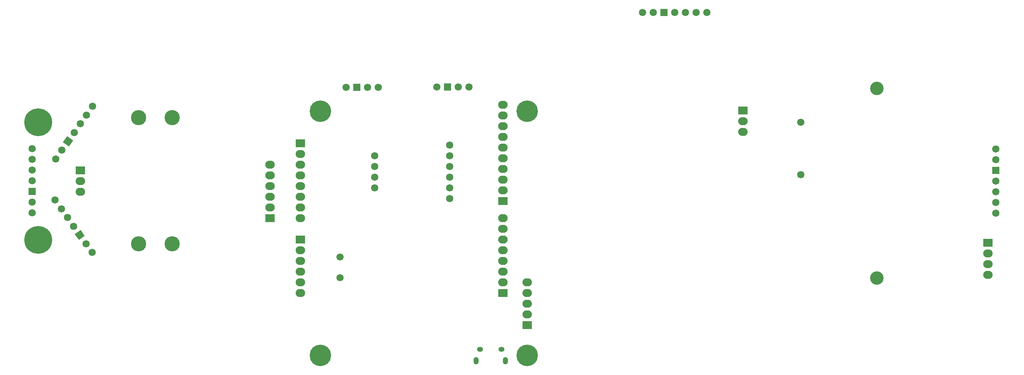
<source format=gbs>
G04 #@! TF.FileFunction,Soldermask,Bot*
%FSLAX46Y46*%
G04 Gerber Fmt 4.6, Leading zero omitted, Abs format (unit mm)*
G04 Created by KiCad (PCBNEW 4.0.4+dfsg1-stable) date Fri Feb  3 16:23:24 2017*
%MOMM*%
%LPD*%
G01*
G04 APERTURE LIST*
%ADD10C,0.100000*%
%ADD11C,5.100000*%
%ADD12R,2.232000X1.927200*%
%ADD13O,2.232000X1.927200*%
%ADD14C,1.724000*%
%ADD15R,1.724000X1.724000*%
%ADD16C,3.200000*%
%ADD17O,1.450000X1.150000*%
%ADD18O,1.200000X1.750000*%
%ADD19C,3.600000*%
%ADD20C,6.600000*%
%ADD21C,1.701140*%
G04 APERTURE END LIST*
D10*
D11*
X110350000Y-137900000D03*
X110350000Y-79900000D03*
X159350000Y-137900000D03*
X159350000Y-79900000D03*
D12*
X105640000Y-87510000D03*
D13*
X105640000Y-90050000D03*
X105640000Y-92590000D03*
X105640000Y-95130000D03*
X105640000Y-97670000D03*
X105640000Y-100210000D03*
X105640000Y-102750000D03*
X105640000Y-105290000D03*
D12*
X105640000Y-110390000D03*
D13*
X105640000Y-112930000D03*
X105640000Y-115470000D03*
X105640000Y-118010000D03*
X105640000Y-120550000D03*
X105640000Y-123090000D03*
D12*
X153640000Y-101270000D03*
D13*
X153640000Y-98730000D03*
X153640000Y-96190000D03*
X153640000Y-93650000D03*
X153640000Y-91110000D03*
X153640000Y-88570000D03*
X153640000Y-86030000D03*
X153640000Y-83490000D03*
X153640000Y-80950000D03*
X153640000Y-78410000D03*
D12*
X153640000Y-123110000D03*
D13*
X153640000Y-120570000D03*
X153640000Y-118030000D03*
X153640000Y-115490000D03*
X153640000Y-112950000D03*
X153640000Y-110410000D03*
X153640000Y-107870000D03*
X153640000Y-105330000D03*
D14*
X137990000Y-74200000D03*
D15*
X140530000Y-74200000D03*
D14*
X143070000Y-74200000D03*
X145610000Y-74200000D03*
X116490000Y-74250000D03*
D15*
X119030000Y-74250000D03*
D14*
X121570000Y-74250000D03*
X124110000Y-74250000D03*
X123250000Y-95570000D03*
X123250000Y-93030000D03*
X141030000Y-95570000D03*
X141030000Y-93030000D03*
X141030000Y-98110000D03*
X141030000Y-100650000D03*
X141030000Y-90490000D03*
X141030000Y-87950000D03*
X123250000Y-90490000D03*
X123250000Y-98110000D03*
X42000000Y-104080000D03*
X42000000Y-101540000D03*
D15*
X42000000Y-99000000D03*
D14*
X42000000Y-96460000D03*
X42000000Y-93920000D03*
X42000000Y-91380000D03*
X42000000Y-88840000D03*
X56241305Y-113483877D03*
X54784421Y-111403231D03*
D10*
G36*
X53539223Y-108122053D02*
X54528069Y-109534271D01*
X53115851Y-110523117D01*
X52127005Y-109110899D01*
X53539223Y-108122053D01*
X53539223Y-108122053D01*
G37*
D14*
X51870653Y-107241938D03*
X50413768Y-105161292D03*
X48956884Y-103080646D03*
X47500000Y-101000000D03*
X47629348Y-91241939D03*
X49086232Y-89161293D03*
D10*
G36*
X51743648Y-86868961D02*
X50754802Y-88281179D01*
X49342584Y-87292333D01*
X50331430Y-85880115D01*
X51743648Y-86868961D01*
X51743648Y-86868961D01*
G37*
D14*
X52000000Y-85000000D03*
X53456885Y-82919354D03*
X54913769Y-80838708D03*
X56370653Y-78758062D03*
X186740000Y-56500000D03*
X189280000Y-56500000D03*
D15*
X191820000Y-56500000D03*
D14*
X194360000Y-56500000D03*
X196900000Y-56500000D03*
X199440000Y-56500000D03*
X201980000Y-56500000D03*
X270500000Y-88880000D03*
X270500000Y-91420000D03*
D15*
X270500000Y-93960000D03*
D14*
X270500000Y-96500000D03*
X270500000Y-99040000D03*
X270500000Y-101580000D03*
X270500000Y-104120000D03*
X224250000Y-95000000D03*
X224250000Y-82500000D03*
D16*
X242250000Y-119500000D03*
X242250000Y-74500000D03*
D12*
X210500000Y-79760000D03*
D13*
X210500000Y-82300000D03*
X210500000Y-84840000D03*
D12*
X53500000Y-93960000D03*
D13*
X53500000Y-96500000D03*
X53500000Y-99040000D03*
D17*
X148250000Y-136500000D03*
X153250000Y-136500000D03*
D18*
X147250000Y-139200000D03*
X154250000Y-139200000D03*
D12*
X98400000Y-105300000D03*
D13*
X98400000Y-102760000D03*
X98400000Y-100220000D03*
X98400000Y-97680000D03*
X98400000Y-95140000D03*
X98400000Y-92600000D03*
D19*
X75250000Y-81450000D03*
X67250000Y-81450000D03*
X75250000Y-111450000D03*
X67250000Y-111450000D03*
D12*
X159350000Y-130730000D03*
D13*
X159350000Y-128190000D03*
X159350000Y-125650000D03*
X159350000Y-123110000D03*
X159350000Y-120570000D03*
D12*
X268600000Y-111120000D03*
D13*
X268600000Y-113660000D03*
X268600000Y-116200000D03*
X268600000Y-118740000D03*
D20*
X43500000Y-110500000D03*
X43500000Y-82500000D03*
D21*
X115000000Y-114559060D03*
X115000000Y-119440940D03*
M02*

</source>
